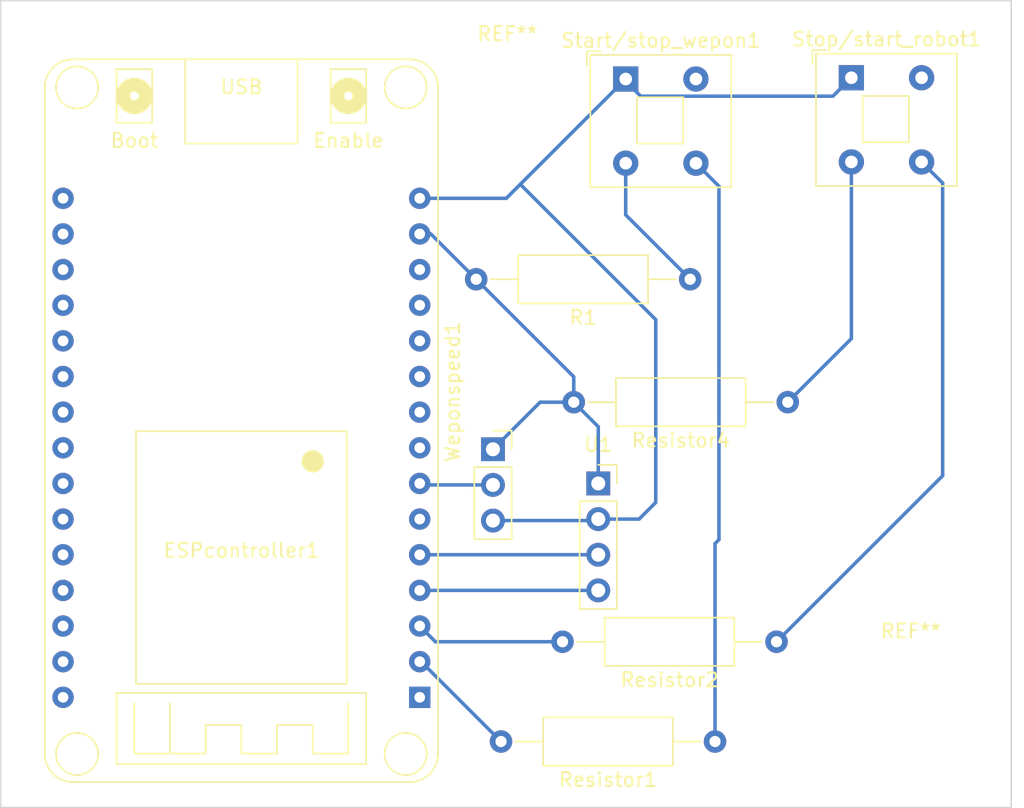
<source format=kicad_pcb>
(kicad_pcb (version 20211014) (generator pcbnew)
  (layers (0 "F.Cu" signal) (31 "B.Cu" signal) (34 "B.Paste" user) (35 "F.Paste" user) (36 "B.SilkS" user "B.Silkscreen") (37 "F.SilkS" user "F.Silkscreen") (38 "B.Mask" user) (39 "F.Mask" user) (44 "Edge.Cuts" user))
  (net 0 "")
  (net 2 "Net-(ESPcontroller1-Pad2)")
  (net 3 "Net-(ESPcontroller1-Pad3)")
  (net 4 "Net-(ESPcontroller1-Pad4)")
  (net 6 "Net-(ESPcontroller1-Pad7)")
  (net 13 "Net-(ESPcontroller1-Pad15)")
  (net 31 "Net-(ESPcontroller1-Pad14)")
  (net 32 "Net-(ESPcontroller1-Pad5)")
  (net 33 "Net-(R1-Pad1)")
  (net 34 "Net-(Resistor1-Pad1)")
  (net 35 "Net-(Resistor2-Pad1)")
  (net 36 "Net-(Resistor4-Pad1)")
  (footprint "MountingHole:MountingHole_2.1mm" (layer "F.Cu") (at 112.93 75.3)
    (fp_text reference "REF**" (at 0 -3.2) (layer "F.SilkS"))
    (fp_text value "MountingHole_2.1mm")
    (pad "" np_thru_hole circle (at 0 0) (size 2.1 2.1) (drill 2.1) (layers *.Cu *.Mask))
  )
  (footprint "Resistor_THT:R_Axial_DIN0309_L9.0mm_D3.2mm_P15.24mm_Horizontal" (layer "F.Cu") (at 132.09 115.42 180)
    (fp_text reference "Resistor2" (at 7.62 -2.72 180) (layer "F.SilkS"))
    (fp_text value "R_Small")
    (fp_line (start 3 1.72) (end 12.24 1.72) (layer "F.SilkS") (width 0.12))
    (fp_line (start 3 -1.72) (end 3 1.72) (layer "F.SilkS") (width 0.12))
    (fp_line (start 1.04 0) (end 3 0) (layer "F.SilkS") (width 0.12))
    (fp_line (start 14.2 0) (end 12.24 0) (layer "F.SilkS") (width 0.12))
    (fp_line (start 12.24 -1.72) (end 3 -1.72) (layer "F.SilkS") (width 0.12))
    (fp_line (start 12.24 1.72) (end 12.24 -1.72) (layer "F.SilkS") (width 0.12))
    (pad "1" thru_hole circle (at 0 0 180) (size 1.6 1.6) (drill 0.8) (layers *.Cu *.Mask) (net 35 "Net-(Resistor2-Pad1)"))
    (pad "2" thru_hole oval (at 15.24 0 180) (size 1.6 1.6) (drill 0.8) (layers *.Cu *.Mask) (net 3 "Net-(ESPcontroller1-Pad3)"))
  )
  (footprint "Connector_PinSocket_2.54mm:PinSocket_1x04_P2.54mm_Vertical" (layer "F.Cu") (at 119.395 104.14)
    (fp_text reference "U1" (at 0 -2.77) (layer "F.SilkS"))
    (fp_text value "Joystick")
    (fp_line (start -1.33 8.95) (end 1.33 8.95) (layer "F.SilkS") (width 0.12))
    (fp_line (start -1.33 1.27) (end 1.33 1.27) (layer "F.SilkS") (width 0.12))
    (fp_line (start -1.33 1.27) (end -1.33 8.95) (layer "F.SilkS") (width 0.12))
    (fp_line (start 1.33 -1.33) (end 1.33 0) (layer "F.SilkS") (width 0.12))
    (fp_line (start 0 -1.33) (end 1.33 -1.33) (layer "F.SilkS") (width 0.12))
    (fp_line (start 1.33 1.27) (end 1.33 8.95) (layer "F.SilkS") (width 0.12))
    (pad "1" thru_hole rect (at 0 0) (size 1.7 1.7) (drill 1) (layers *.Cu *.Mask) (net 31 "Net-(ESPcontroller1-Pad14)"))
    (pad "2" thru_hole oval (at 0 2.54) (size 1.7 1.7) (drill 1) (layers *.Cu *.Mask) (net 13 "Net-(ESPcontroller1-Pad15)"))
    (pad "3" thru_hole oval (at 0 5.08) (size 1.7 1.7) (drill 1) (layers *.Cu *.Mask) (net 32 "Net-(ESPcontroller1-Pad5)"))
    (pad "4" thru_hole oval (at 0 7.62) (size 1.7 1.7) (drill 1) (layers *.Cu *.Mask) (net 4 "Net-(ESPcontroller1-Pad4)"))
  )
  (footprint "Resistor_THT:R_Axial_DIN0309_L9.0mm_D3.2mm_P15.24mm_Horizontal" (layer "F.Cu") (at 132.89 98.35 180)
    (fp_text reference "Resistor4" (at 7.62 -2.72) (layer "F.SilkS"))
    (fp_text value "R_Small")
    (fp_line (start 3 -1.72) (end 3 1.72) (layer "F.SilkS") (width 0.12))
    (fp_line (start 1.04 0) (end 3 0) (layer "F.SilkS") (width 0.12))
    (fp_line (start 3 1.72) (end 12.24 1.72) (layer "F.SilkS") (width 0.12))
    (fp_line (start 14.2 0) (end 12.24 0) (layer "F.SilkS") (width 0.12))
    (fp_line (start 12.24 1.72) (end 12.24 -1.72) (layer "F.SilkS") (width 0.12))
    (fp_line (start 12.24 -1.72) (end 3 -1.72) (layer "F.SilkS") (width 0.12))
    (pad "1" thru_hole circle (at 0 0 180) (size 1.6 1.6) (drill 0.8) (layers *.Cu *.Mask) (net 36 "Net-(Resistor4-Pad1)"))
    (pad "2" thru_hole oval (at 15.24 0 180) (size 1.6 1.6) (drill 0.8) (layers *.Cu *.Mask) (net 31 "Net-(ESPcontroller1-Pad14)"))
  )
  (footprint "Button_Switch_THT:SW_Push_2P1T_Toggle_CK_PVA1xxH3xxxxxxV2" (layer "F.Cu") (at 137.42 75.23)
    (fp_text reference "Stop/start_robot1" (at 2.5 -2.75) (layer "F.SilkS"))
    (fp_text value "SW_MEC_5E")
    (fp_line (start 7.52 -1.72) (end -2.52 -1.72) (layer "F.SilkS") (width 0.12))
    (fp_line (start 4.1 4.6) (end 0.8 4.6) (layer "F.SilkS") (width 0.12))
    (fp_line (start 7.52 7.72) (end -2.52 7.72) (layer "F.SilkS") (width 0.12))
    (fp_line (start 4.1 1.3) (end 0.8 1.3) (layer "F.SilkS") (width 0.12))
    (fp_line (start -1.77 -1.97) (end -2.77 -1.97) (layer "F.SilkS") (width 0.12))
    (fp_line (start -2.77 -0.97) (end -2.77 -1.97) (layer "F.SilkS") (width 0.12))
    (fp_line (start 4.1 1.3) (end 4.1 4.6) (layer "F.SilkS") (width 0.12))
    (fp_line (start 0.8 1.3) (end 0.8 4.6) (layer "F.SilkS") (width 0.12))
    (fp_line (start 7.52 7.72) (end 7.52 -1.72) (layer "F.SilkS") (width 0.12))
    (fp_line (start -2.52 7.72) (end -2.52 -1.72) (layer "F.SilkS") (width 0.12))
    (pad "1" thru_hole rect (at 0 0) (size 1.8 1.8) (drill 0.9) (layers *.Cu *.Mask) (net 13 "Net-(ESPcontroller1-Pad15)"))
    (pad "2" thru_hole circle (at 5 0) (size 1.8 1.8) (drill 0.9) (layers *.Cu *.Mask))
    (pad "3" thru_hole circle (at 0 6) (size 1.8 1.8) (drill 0.9) (layers *.Cu *.Mask) (net 36 "Net-(Resistor4-Pad1)"))
    (pad "4" thru_hole circle (at 5 6) (size 1.8 1.8) (drill 0.9) (layers *.Cu *.Mask) (net 35 "Net-(Resistor2-Pad1)"))
  )
  (footprint "MountingHole:MountingHole_2.1mm" (layer "F.Cu") (at 141.66 117.86)
    (fp_text reference "REF**" (at 0 -3.2) (layer "F.SilkS"))
    (fp_text value "MountingHole_2.1mm")
    (pad "" np_thru_hole circle (at 0 0) (size 2.1 2.1) (drill 2.1) (layers *.Cu *.Mask))
  )
  (footprint "Resistor_THT:R_Axial_DIN0309_L9.0mm_D3.2mm_P15.24mm_Horizontal" (layer "F.Cu") (at 127.71 122.53 180)
    (fp_text reference "Resistor1" (at 7.62 -2.72 180) (layer "F.SilkS"))
    (fp_text value "R_Small")
    (fp_line (start 12.24 1.72) (end 12.24 -1.72) (layer "F.SilkS") (width 0.12))
    (fp_line (start 3 -1.72) (end 3 1.72) (layer "F.SilkS") (width 0.12))
    (fp_line (start 1.04 0) (end 3 0) (layer "F.SilkS") (width 0.12))
    (fp_line (start 12.24 -1.72) (end 3 -1.72) (layer "F.SilkS") (width 0.12))
    (fp_line (start 14.2 0) (end 12.24 0) (layer "F.SilkS") (width 0.12))
    (fp_line (start 3 1.72) (end 12.24 1.72) (layer "F.SilkS") (width 0.12))
    (pad "1" thru_hole circle (at 0 0 180) (size 1.6 1.6) (drill 0.8) (layers *.Cu *.Mask) (net 34 "Net-(Resistor1-Pad1)"))
    (pad "2" thru_hole oval (at 15.24 0 180) (size 1.6 1.6) (drill 0.8) (layers *.Cu *.Mask) (net 2 "Net-(ESPcontroller1-Pad2)"))
  )
  (footprint "esp32:esp32_devkit_v1_doit" (layer "F.Cu") (at 93.98 119.38 180)
    (fp_text reference "ESPcontroller1" (at 0 10.47) (layer "F.SilkS"))
    (fp_text value "ESP32_DevKit_V1_DOIT")
    (fp_text user "Enable" (at -7.62 39.68) (layer "F.SilkS"))
    (fp_text user "Boot" (at 7.62 39.68) (layer "F.SilkS"))
    (fp_text user "USB" (at 0 43.49) (layer "F.SilkS"))
    (fp_line (start -4 39.46) (end 4 39.46) (layer "F.SilkS") (width 0.12))
    (fp_line (start -4 39.46) (end -4 45.46) (layer "F.SilkS") (width 0.12))
    (fp_line (start -7.5 0.96) (end 7.5 0.96) (layer "F.SilkS") (width 0.12))
    (fp_line (start 6.35 40.95) (end 8.89 40.95) (layer "F.SilkS") (width 0.12))
    (fp_line (start 8.89 40.95) (end 8.89 44.76) (layer "F.SilkS") (width 0.12))
    (fp_line (start 2.54 -1.976) (end 2.54 -4.008) (layer "F.SilkS") (width 0.12))
    (fp_line (start 7.5 18.96) (end -7.5 18.96) (layer "F.SilkS") (width 0.12))
    (fp_line (start 8.89 44.76) (end 6.35 44.76) (layer "F.SilkS") (width 0.12))
    (fp_line (start -14 -4.04) (end -14 43.46) (layer "F.SilkS") (width 0.12))
    (fp_line (start -8.89 -4.77) (end 8.89 -4.77) (layer "F.SilkS") (width 0.12))
    (fp_line (start -12 45.46) (end 12 45.46) (layer "F.SilkS") (width 0.12))
    (fp_line (start 0 -4.008) (end 0 -1.976) (layer "F.SilkS") (width 0.12))
    (fp_line (start 14 43.46) (end 14 -4.04) (layer "F.SilkS") (width 0.12))
    (fp_line (start -6.35 44.76) (end -8.89 44.76) (layer "F.SilkS") (width 0.12))
    (fp_line (start 7.5 0.96) (end 7.5 18.96) (layer "F.SilkS") (width 0.12))
    (fp_line (start -8.89 40.95) (end -6.35 40.95) (layer "F.SilkS") (width 0.12))
    (fp_line (start 2.54 -4.008) (end 7.62 -4.008) (layer "F.SilkS") (width 0.12))
    (fp_line (start 6.35 44.76) (end 6.35 40.95) (layer "F.SilkS") (width 0.12))
    (fp_line (start 8.89 -4.77) (end 8.89 0.31) (layer "F.SilkS") (width 0.12))
    (fp_line (start -7.62 -0.452) (end -7.62 -4.008) (layer "F.SilkS") (width 0.12))
    (fp_line (start -5.08 -4.008) (end -5.08 -1.976) (layer "F.SilkS") (width 0.12))
    (fp_line (start 4 39.46) (end 4 45.46) (layer "F.SilkS") (width 0.12))
    (fp_line (start 8.89 0.31) (end -8.89 0.31) (layer "F.SilkS") (width 0.12))
    (fp_line (start -2.54 -1.976) (end -2.54 -4.008) (layer "F.SilkS") (width 0.12))
    (fp_line (start -2.54 -4.008) (end 0 -4.008) (layer "F.SilkS") (width 0.12))
    (fp_line (start 0 -1.976) (end 2.54 -1.976) (layer "F.SilkS") (width 0.12))
    (fp_line (start -6.35 40.95) (end -6.35 44.76) (layer "F.SilkS") (width 0.12))
    (fp_line (start -8.89 44.76) (end -8.89 40.95) (layer "F.SilkS") (width 0.12))
    (fp_line (start -12 -6.04) (end 12 -6.04) (layer "F.SilkS") (width 0.12))
    (fp_line (start -5.08 -1.976) (end -2.54 -1.976) (layer "F.SilkS") (width 0.12))
    (fp_line (start 5.08 -4.008) (end 5.08 -0.452) (layer "F.SilkS") (width 0.12))
    (fp_line (start -8.89 0.31) (end -8.89 -4.77) (layer "F.SilkS") (width 0.12))
    (fp_line (start -7.5 18.96) (end -7.5 0.96) (layer "F.SilkS") (width 0.12))
    (fp_line (start -7.62 -4.008) (end -5.08 -4.008) (layer "F.SilkS") (width 0.12))
    (fp_line (start 7.62 -4.008) (end 7.62 -0.452) (layer "F.SilkS") (width 0.12))
    (fp_arc (start 14 43.46) (mid 13.414214 44.874214) (end 12 45.46) (layer "F.SilkS") (width 0.12))
    (fp_arc (start -14 -4.04) (mid -13.414214 -5.454214) (end -12 -6.04) (layer "F.SilkS") (width 0.12))
    (fp_arc (start -12 45.46) (mid -13.414214 44.874214) (end -14 43.46) (layer "F.SilkS") (width 0.12))
    (fp_arc (start 12 -6.04) (mid 13.414214 -5.454214) (end 14 -4.04) (layer "F.SilkS") (width 0.12))
    (fp_circle (center -11.7 -4.04) (end -10.2 -4.04) (layer "F.SilkS") (width 0.12) (fill none))
    (fp_circle (center 7.62 42.855) (end 7.92 42.855) (layer "F.SilkS") (width 1) (fill none))
    (fp_circle (center 11.7 43.46) (end 13.2 43.46) (layer "F.SilkS") (width 0.12) (fill none))
    (fp_circle (center -7.62 42.855) (end -7.32 42.855) (layer "F.SilkS") (width 1) (fill none))
    (fp_circle (center -5.08 16.82) (end -4.68 16.82) (layer "F.SilkS") (width 0.8) (fill none))
    (fp_circle (center -11.7 43.46) (end -10.2 43.46) (layer "F.SilkS") (width 0.12) (fill none))
    (fp_circle (center 11.7 -4.04) (end 13.2 -4.04) (layer "F.SilkS") (width 0.12) (fill none))
    (pad "1" thru_hole rect locked (at -12.7 0 180) (size 1.524 1.524) (drill 0.762) (layers *.Cu *.Mask))
    (pad "2" thru_hole circle locked (at -12.7 2.54 180) (size 1.524 1.524) (drill 0.762) (layers *.Cu *.Mask) (net 2 "Net-(ESPcontroller1-Pad2)"))
    (pad "3" thru_hole circle locked (at -12.7 5.08 180) (size 1.524 1.524) (drill 0.762) (layers *.Cu *.Mask) (net 3 "Net-(ESPcontroller1-Pad3)"))
    (pad "4" thru_hole circle locked (at -12.7 7.62 180) (size 1.524 1.524) (drill 0.762) (layers *.Cu *.Mask) (net 4 "Net-(ESPcontroller1-Pad4)"))
    (pad "5" thru_hole circle locked (at -12.7 10.16 180) (size 1.524 1.524) (drill 0.762) (layers *.Cu *.Mask) (net 32 "Net-(ESPcontroller1-Pad5)"))
    (pad "6" thru_hole circle locked (at -12.7 12.7 180) (size 1.524 1.524) (drill 0.762) (layers *.Cu *.Mask))
    (pad "7" thru_hole circle locked (at -12.7 15.24 180) (size 1.524 1.524) (drill 0.762) (layers *.Cu *.Mask) (net 6 "Net-(ESPcontroller1-Pad7)"))
    (pad "8" thru_hole circle locked (at -12.7 17.78 180) (size 1.524 1.524) (drill 0.762) (layers *.Cu *.Mask))
    (pad "9" thru_hole circle locked (at -12.7 20.32 180) (size 1.524 1.524) (drill 0.762) (layers *.Cu *.Mask))
    (pad "10" thru_hole circle locked (at -12.7 22.86 180) (size 1.524 1.524) (drill 0.762) (layers *.Cu *.Mask))
    (pad "11" thru_hole circle locked (at -12.7 25.4 180) (size 1.524 1.524) (drill 0.762) (layers *.Cu *.Mask))
    (pad "12" thru_hole circle locked (at -12.7 27.94 180) (size 1.524 1.524) (drill 0.762) (layers *.Cu *.Mask))
    (pad "13" thru_hole circle locked (at -12.7 30.48 180) (size 1.524 1.524) (drill 0.762) (layers *.Cu *.Mask))
    (pad "14" thru_hole circle locked (at -12.7 33.02 180) (size 1.524 1.524) (drill 0.762) (layers *.Cu *.Mask) (net 31 "Net-(ESPcontroller1-Pad14)"))
    (pad "15" thru_hole circle locked (at -12.7 35.56 180) (size 1.524 1.524) (drill 0.762) (layers *.Cu *.Mask) (net 13 "Net-(ESPcontroller1-Pad15)"))
    (pad "16" thru_hole circle locked (at 12.7 35.56 180) (size 1.524 1.524) (drill 0.762) (layers *.Cu *.Mask))
    (pad "17" thru_hole circle locked (at 12.7 33.02 180) (size 1.524 1.524) (drill 0.762) (layers *.Cu *.Mask))
    (pad "18" thru_hole circle locked (at 12.7 30.48 180) (size 1.524 1.524) (drill 0.762) (layers *.Cu *.Mask))
    (pad "19" thru_hole circle locked (at 12.7 27.94 180) (size 1.524 1.524) (drill 0.762) (layers *.Cu *.Mask))
    (pad "20" thru_hole circle locked (at 12.7 25.4 180) (size 1.524 1.524) (drill 0.762) (layers *.Cu *.Mask))
    (pad "21" thru_hole circle locked (at 12.7 22.86 180) (size 1.524 1.524) (drill 0.762) (layers *.Cu *.Mask))
    (pad "22" thru_hole circle locked (at 12.7 20.32 180) (size 1.524 1.524) (drill 0.762) (layers *.Cu *.Mask))
    (pad "23" thru_hole circle locked (at 12.7 17.78 180) (size 1.524 1.524) (drill 0.762) (layers *.Cu *.Mask))
    (pad "24" thru_hole circle locked (at 12.7 15.24 180) (size 1.524 1.524) (drill 0.762) (layers *.Cu *.Mask))
    (pad "25" thru_hole circle locked (at 12.7 12.7 180) (size 1.524 1.524) (drill 0.762) (layers *.Cu *.Mask))
    (pad "26" thru_hole circle locked (at 12.7 10.16 180) (size 1.524 1.524) (drill 0.762) (layers *.Cu *.Mask))
    (pad "27" thru_hole circle locked (at 12.7 7.62 180) (size 1.524 1.524) (drill 0.762) (layers *.Cu *.Mask))
    (pad "28" thru_hole circle locked (at 12.7 5.08 180) (size 1.524 1.524) (drill 0.762) (layers *.Cu *.Mask))
    (pad "29" thru_hole circle locked (at 12.7 2.54 180) (size 1.524 1.524) (drill 0.762) (layers *.Cu *.Mask))
    (pad "30" thru_hole circle locked (at 12.7 0 180) (size 1.524 1.524) (drill 0.762) (layers *.Cu *.Mask))
  )
  (footprint "Button_Switch_THT:SW_Push_2P1T_Toggle_CK_PVA1xxH4xxxxxxV2" (layer "F.Cu") (at 121.35 75.32)
    (fp_text reference "Start/stop_wepon1" (at 2.5 -2.75) (layer "F.SilkS"))
    (fp_text value "SW_MEC_5E")
    (fp_line (start 0.8 1.3) (end 0.8 4.6) (layer "F.SilkS") (width 0.12))
    (fp_line (start -2.77 -0.97) (end -2.77 -1.97) (layer "F.SilkS") (width 0.12))
    (fp_line (start 4.1 1.3) (end 0.8 1.3) (layer "F.SilkS") (width 0.12))
    (fp_line (start 7.52 7.72) (end -2.52 7.72) (layer "F.SilkS") (width 0.12))
    (fp_line (start -1.77 -1.97) (end -2.77 -1.97) (layer "F.SilkS") (width 0.12))
    (fp_line (start 4.1 1.3) (end 4.1 4.6) (layer "F.SilkS") (width 0.12))
    (fp_line (start -2.52 7.72) (end -2.52 -1.72) (layer "F.SilkS") (width 0.12))
    (fp_line (start 4.1 4.6) (end 0.8 4.6) (layer "F.SilkS") (width 0.12))
    (fp_line (start 7.52 -1.72) (end -2.52 -1.72) (layer "F.SilkS") (width 0.12))
    (fp_line (start 7.52 7.72) (end 7.52 -1.72) (layer "F.SilkS") (width 0.12))
    (pad "1" thru_hole rect (at 0 0) (size 1.8 1.8) (drill 0.9) (layers *.Cu *.Mask) (net 13 "Net-(ESPcontroller1-Pad15)"))
    (pad "2" thru_hole circle (at 5 0) (size 1.8 1.8) (drill 0.9) (layers *.Cu *.Mask))
    (pad "3" thru_hole circle (at 0 6) (size 1.8 1.8) (drill 0.9) (layers *.Cu *.Mask) (net 33 "Net-(R1-Pad1)"))
    (pad "4" thru_hole circle (at 5 6) (size 1.8 1.8) (drill 0.9) (layers *.Cu *.Mask) (net 34 "Net-(Resistor1-Pad1)"))
  )
  (footprint "Resistor_THT:R_Axial_DIN0309_L9.0mm_D3.2mm_P15.24mm_Horizontal" (layer "F.Cu") (at 125.94 89.59 180)
    (fp_text reference "R1" (at 7.62 -2.72) (layer "F.SilkS"))
    (fp_text value "R")
    (fp_line (start 12.24 1.72) (end 12.24 -1.72) (layer "F.SilkS") (width 0.12))
    (fp_line (start 3 1.72) (end 12.24 1.72) (layer "F.SilkS") (width 0.12))
    (fp_line (start 3 -1.72) (end 3 1.72) (layer "F.SilkS") (width 0.12))
    (fp_line (start 14.2 0) (end 12.24 0) (layer "F.SilkS") (width 0.12))
    (fp_line (start 12.24 -1.72) (end 3 -1.72) (layer "F.SilkS") (width 0.12))
    (fp_line (start 1.04 0) (end 3 0) (layer "F.SilkS") (width 0.12))
    (pad "1" thru_hole circle (at 0 0 180) (size 1.6 1.6) (drill 0.8) (layers *.Cu *.Mask) (net 33 "Net-(R1-Pad1)"))
    (pad "2" thru_hole oval (at 15.24 0 180) (size 1.6 1.6) (drill 0.8) (layers *.Cu *.Mask) (net 31 "Net-(ESPcontroller1-Pad14)"))
  )
  (footprint "Connector_PinSocket_2.54mm:PinSocket_1x03_P2.54mm_Vertical" (layer "F.Cu") (at 111.895 101.705)
    (fp_text reference "Weponspeed1" (at -2.875 -4.095 90) (layer "F.SilkS"))
    (fp_text value "R_Potentiometer")
    (fp_line (start 1.33 -1.33) (end 1.33 0) (layer "F.SilkS") (width 0.12))
    (fp_line (start -1.33 1.27) (end 1.33 1.27) (layer "F.SilkS") (width 0.12))
    (fp_line (start 1.33 1.27) (end 1.33 6.41) (layer "F.SilkS") (width 0.12))
    (fp_line (start 0 -1.33) (end 1.33 -1.33) (layer "F.SilkS") (width 0.12))
    (fp_line (start -1.33 1.27) (end -1.33 6.41) (layer "F.SilkS") (width 0.12))
    (fp_line (start -1.33 6.41) (end 1.33 6.41) (layer "F.SilkS") (width 0.12))
    (pad "1" thru_hole rect (at 0 0) (size 1.7 1.7) (drill 1) (layers *.Cu *.Mask) (net 31 "Net-(ESPcontroller1-Pad14)"))
    (pad "2" thru_hole oval (at 0 2.54) (size 1.7 1.7) (drill 1) (layers *.Cu *.Mask) (net 6 "Net-(ESPcontroller1-Pad7)"))
    (pad "3" thru_hole oval (at 0 5.08) (size 1.7 1.7) (drill 1) (layers *.Cu *.Mask) (net 13 "Net-(ESPcontroller1-Pad15)"))
  )
  (gr_rect (start 76.84 69.74) (end 148.8 127.23) (layer "Edge.Cuts") (width 0.1) (fill none))
  (segment (start 112.47 122.53) (end 106.78 116.84) (width 0.25) (layer "B.Cu") (net 2))
  (segment (start 106.78 116.84) (end 106.68 116.84) (width 0.25) (layer "B.Cu") (net 2))
  (segment (start 116.85 115.42) (end 107.8 115.42) (width 0.25) (layer "B.Cu") (net 3))
  (segment (start 107.8 115.42) (end 106.68 114.3) (width 0.25) (layer "B.Cu") (net 3))
  (segment (start 119.395 111.76) (end 106.68 111.76) (width 0.25) (layer "B.Cu") (net 4))
  (segment (start 106.785 104.245) (end 106.68 104.14) (width 0.25) (layer "B.Cu") (net 6))
  (segment (start 111.895 104.245) (end 106.785 104.245) (width 0.25) (layer "B.Cu") (net 6))
  (segment (start 113.845 82.825) (end 121.35 75.32) (width 0.25) (layer "B.Cu") (net 13))
  (segment (start 111.895 106.785) (end 119.29 106.785) (width 0.25) (layer "B.Cu") (net 13))
  (segment (start 136.105489 76.544511) (end 137.42 75.23) (width 0.25) (layer "B.Cu") (net 13))
  (segment (start 106.68 83.82) (end 112.85 83.82) (width 0.25) (layer "B.Cu") (net 13))
  (segment (start 122.3 106.68) (end 123.49 105.49) (width 0.25) (layer "B.Cu") (net 13))
  (segment (start 121.35 75.32) (end 121.35 75.48) (width 0.25) (layer "B.Cu") (net 13))
  (segment (start 123.49 105.49) (end 123.49 92.47) (width 0.25) (layer "B.Cu") (net 13))
  (segment (start 112.85 83.82) (end 113.385 83.285) (width 0.25) (layer "B.Cu") (net 13))
  (segment (start 121.35 75.48) (end 122.414511 76.544511) (width 0.25) (layer "B.Cu") (net 13))
  (segment (start 123.49 92.47) (end 113.845 82.825) (width 0.25) (layer "B.Cu") (net 13))
  (segment (start 119.395 106.68) (end 122.3 106.68) (width 0.25) (layer "B.Cu") (net 13))
  (segment (start 113.385 83.285) (end 113.845 82.825) (width 0.25) (layer "B.Cu") (net 13))
  (segment (start 122.414511 76.544511) (end 136.105489 76.544511) (width 0.25) (layer "B.Cu") (net 13))
  (segment (start 115.25 98.35) (end 111.895 101.705) (width 0.25) (layer "B.Cu") (net 31))
  (segment (start 107.47 86.36) (end 106.68 86.36) (width 0.25) (layer "B.Cu") (net 31))
  (segment (start 117.65 98.35) (end 115.25 98.35) (width 0.25) (layer "B.Cu") (net 31))
  (segment (start 119.395 104.14) (end 119.395 100.095) (width 0.25) (layer "B.Cu") (net 31))
  (segment (start 117.65 96.54) (end 110.7 89.59) (width 0.25) (layer "B.Cu") (net 31))
  (segment (start 119.395 100.095) (end 117.65 98.35) (width 0.25) (layer "B.Cu") (net 31))
  (segment (start 110.7 89.59) (end 107.47 86.36) (width 0.25) (layer "B.Cu") (net 31))
  (segment (start 117.65 98.35) (end 117.65 96.54) (width 0.25) (layer "B.Cu") (net 31))
  (segment (start 119.395 109.22) (end 106.68 109.22) (width 0.25) (layer "B.Cu") (net 32))
  (segment (start 121.35 81.32) (end 121.35 85) (width 0.25) (layer "B.Cu") (net 33))
  (segment (start 121.35 85) (end 125.94 89.59) (width 0.25) (layer "B.Cu") (net 33))
  (segment (start 126.35 81.32) (end 127.99 82.96) (width 0.25) (layer "B.Cu") (net 34))
  (segment (start 127.71 108.43) (end 127.99 108.15) (width 0.25) (layer "B.Cu") (net 34))
  (segment (start 127.71 122.53) (end 127.71 108.43) (width 0.25) (layer "B.Cu") (net 34))
  (segment (start 127.99 82.96) (end 127.99 108.15) (width 0.25) (layer "B.Cu") (net 34))
  (segment (start 132.09 115.42) (end 143.92 103.59) (width 0.25) (layer "B.Cu") (net 35))
  (segment (start 143.92 103.59) (end 143.92 82.73) (width 0.25) (layer "B.Cu") (net 35))
  (segment (start 143.92 82.73) (end 142.42 81.23) (width 0.25) (layer "B.Cu") (net 35))
  (segment (start 137.42 93.82) (end 132.89 98.35) (width 0.25) (layer "B.Cu") (net 36))
  (segment (start 137.42 81.23) (end 137.42 93.82) (width 0.25) (layer "B.Cu") (net 36))
)
</source>
